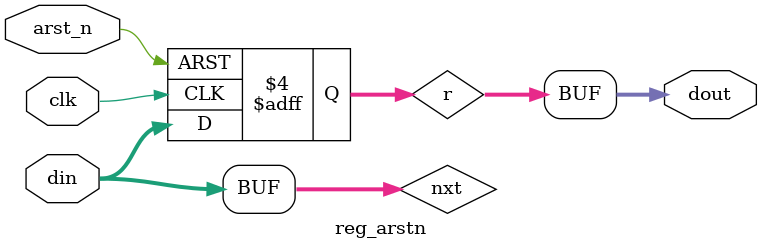
<source format=v>

module reg_arstn#(
parameter integer DATA_W     = 20,
parameter integer PRESET_VAL = 0
   )(
      input                  clk,
      input                  arst_n,
      input  [ DATA_W-1:0]   din,
      output wire[ DATA_W-1:0]   dout
);

reg [DATA_W-1:0] r,nxt;

always@(posedge clk, negedge arst_n)begin
   if(arst_n==0)begin
      r <= PRESET_VAL;
   end else begin
      r <= nxt;
   end
end

always@(*) begin
   nxt = din;
end

assign dout = r;

endmodule

</source>
